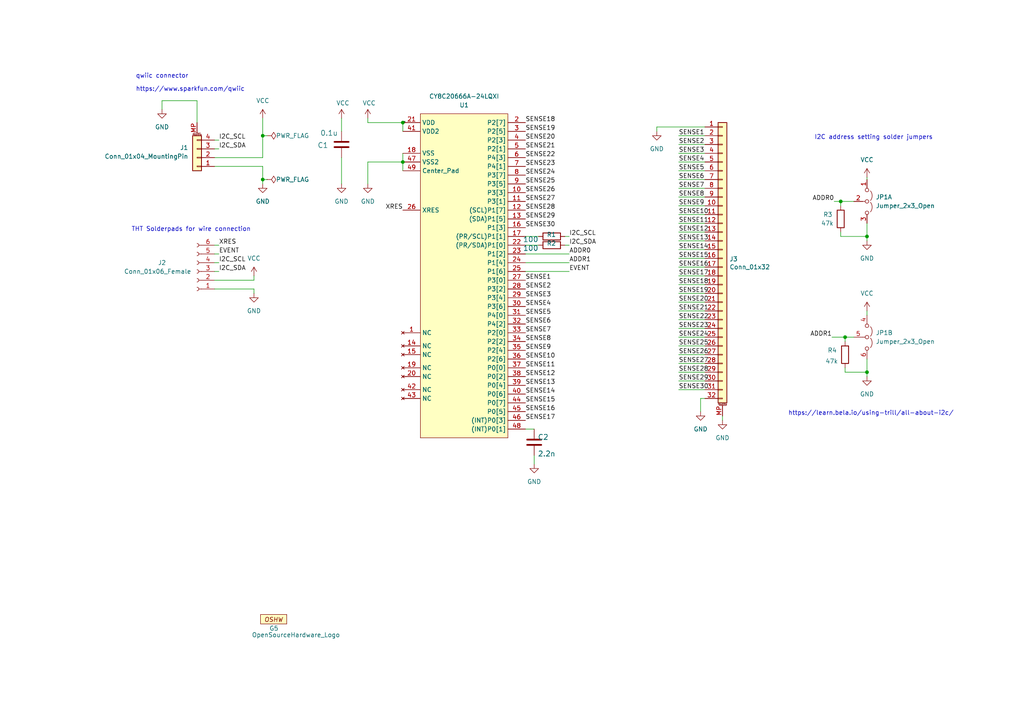
<source format=kicad_sch>
(kicad_sch (version 20230121) (generator eeschema)
  (paper "A4")
  (title_block (title "TRILL-FLEX-BASE") (date "2022-10-31") (rev "C2") (company "BELA / Augmented Instruments Ltd.") (comment 1 "https://bela.io"))
  (lib_symbols
    (symbol "4ms_Power-symbol:GND" (power) (pin_names (offset 0))
      (property "Value" "GND" (at 0 -3.81 0))
      (symbol "GND_0_1"
        (polyline (pts (xy 0 0) (xy 0 -1.27) (xy 1.27 -1.27) (xy 0 -2.54) (xy -1.27 -1.27) (xy 0 -1.27)))
      )
      (symbol "GND_1_1"
        (pin power_in line (at 0 0 270) (length 0) hide (name "GND") (number "1"))
      )
    )
    (symbol "Connector:Conn_01x06_Female" (pin_names (offset 1.016) hide)
      (property "Reference" "J" (at 0 7.62 0))
      (property "Value" "Conn_01x06_Female" (at 0 -10.16 0))
      (symbol "Conn_01x06_Female_1_1"
        (arc (start 0 -7.112) (mid -0.5058 -7.62) (end 0 -8.128) (stroke (width 0.1524)))
        (arc (start 0 -4.572) (mid -0.5058 -5.08) (end 0 -5.588) (stroke (width 0.1524)))
        (arc (start 0 -2.032) (mid -0.5058 -2.54) (end 0 -3.048) (stroke (width 0.1524)))
        (polyline (pts (xy -1.27 -7.62) (xy -0.508 -7.62)) (stroke (width 0.1524)))
        (polyline (pts (xy -1.27 -5.08) (xy -0.508 -5.08)) (stroke (width 0.1524)))
        (polyline (pts (xy -1.27 -2.54) (xy -0.508 -2.54)) (stroke (width 0.1524)))
        (polyline (pts (xy -1.27 0) (xy -0.508 0)) (stroke (width 0.1524)))
        (polyline (pts (xy -1.27 2.54) (xy -0.508 2.54)) (stroke (width 0.1524)))
        (polyline (pts (xy -1.27 5.08) (xy -0.508 5.08)) (stroke (width 0.1524)))
        (arc (start 0 0.508) (mid -0.5058 0) (end 0 -0.508) (stroke (width 0.1524)))
        (arc (start 0 3.048) (mid -0.5058 2.54) (end 0 2.032) (stroke (width 0.1524)))
        (arc (start 0 5.588) (mid -0.5058 5.08) (end 0 4.572) (stroke (width 0.1524)))
        (pin passive line (at -5.08 5.08 0) (length 3.81) (name "Pin_1") (number "1"))
        (pin passive line (at -5.08 2.54 0) (length 3.81) (name "Pin_2") (number "2"))
        (pin passive line (at -5.08 0 0) (length 3.81) (name "Pin_3") (number "3"))
        (pin passive line (at -5.08 -2.54 0) (length 3.81) (name "Pin_4") (number "4"))
        (pin passive line (at -5.08 -5.08 0) (length 3.81) (name "Pin_5") (number "5"))
        (pin passive line (at -5.08 -7.62 0) (length 3.81) (name "Pin_6") (number "6"))
      )
    )
    (symbol "Connector_Generic_MountingPin:Conn_01x04_MountingPin" (pin_names (offset 1.016) hide)
      (property "Reference" "J" (at 0 5.08 0))
      (property "Value" "Conn_01x04_MountingPin" (at 1.27 -7.62 0))
      (symbol "Conn_01x04_MountingPin_1_1"
        (rectangle (start -1.27 -4.953) (end 0 -5.207) (stroke (width 0.1524)))
        (rectangle (start -1.27 -2.413) (end 0 -2.667) (stroke (width 0.1524)))
        (rectangle (start -1.27 0.127) (end 0 -0.127) (stroke (width 0.1524)))
        (rectangle (start -1.27 2.667) (end 0 2.413) (stroke (width 0.1524)))
        (rectangle (start -1.27 3.81) (end 1.27 -6.35) (stroke (width 0.254)) (fill (type background)))
        (polyline (pts (xy -1.016 -7.112) (xy 1.016 -7.112)) (stroke (width 0.1524)))
        (text "Mounting" (at 0 -6.731 0) (effects (font (size 0.381 0.381))))
        (pin passive line (at -5.08 2.54 0) (length 3.81) (name "Pin_1") (number "1"))
        (pin passive line (at -5.08 0 0) (length 3.81) (name "Pin_2") (number "2"))
        (pin passive line (at -5.08 -2.54 0) (length 3.81) (name "Pin_3") (number "3"))
        (pin passive line (at -5.08 -5.08 0) (length 3.81) (name "Pin_4") (number "4"))
        (pin passive line (at 0 -10.16 90) (length 3.048) (name "MountPin") (number "MP"))
      )
    )
    (symbol "Connector_Generic_MountingPin:Conn_01x32_MountingPin" (pin_names (offset 1.016) hide)
      (property "Reference" "J" (at 0 40.64 0))
      (property "Value" "Conn_01x32_MountingPin" (at 1.27 -43.18 0))
      (symbol "Conn_01x32_MountingPin_1_1"
        (rectangle (start -1.27 -40.513) (end 0 -40.767) (stroke (width 0.1524)))
        (rectangle (start -1.27 -37.973) (end 0 -38.227) (stroke (width 0.1524)))
        (rectangle (start -1.27 -35.433) (end 0 -35.687) (stroke (width 0.1524)))
        (rectangle (start -1.27 -32.893) (end 0 -33.147) (stroke (width 0.1524)))
        (rectangle (start -1.27 -30.353) (end 0 -30.607) (stroke (width 0.1524)))
        (rectangle (start -1.27 -27.813) (end 0 -28.067) (stroke (width 0.1524)))
        (rectangle (start -1.27 -25.273) (end 0 -25.527) (stroke (width 0.1524)))
        (rectangle (start -1.27 -22.733) (end 0 -22.987) (stroke (width 0.1524)))
        (rectangle (start -1.27 -20.193) (end 0 -20.447) (stroke (width 0.1524)))
        (rectangle (start -1.27 -17.653) (end 0 -17.907) (stroke (width 0.1524)))
        (rectangle (start -1.27 -15.113) (end 0 -15.367) (stroke (width 0.1524)))
        (rectangle (start -1.27 -12.573) (end 0 -12.827) (stroke (width 0.1524)))
        (rectangle (start -1.27 -10.033) (end 0 -10.287) (stroke (width 0.1524)))
        (rectangle (start -1.27 -7.493) (end 0 -7.747) (stroke (width 0.1524)))
        (rectangle (start -1.27 -4.953) (end 0 -5.207) (stroke (width 0.1524)))
        (rectangle (start -1.27 -2.413) (end 0 -2.667) (stroke (width 0.1524)))
        (rectangle (start -1.27 0.127) (end 0 -0.127) (stroke (width 0.1524)))
        (rectangle (start -1.27 2.667) (end 0 2.413) (stroke (width 0.1524)))
        (rectangle (start -1.27 5.207) (end 0 4.953) (stroke (width 0.1524)))
        (rectangle (start -1.27 7.747) (end 0 7.493) (stroke (width 0.1524)))
        (rectangle (start -1.27 10.287) (end 0 10.033) (stroke (width 0.1524)))
        (rectangle (start -1.27 12.827) (end 0 12.573) (stroke (width 0.1524)))
        (rectangle (start -1.27 15.367) (end 0 15.113) (stroke (width 0.1524)))
        (rectangle (start -1.27 17.907) (end 0 17.653) (stroke (width 0.1524)))
        (rectangle (start -1.27 20.447) (end 0 20.193) (stroke (width 0.1524)))
        (rectangle (start -1.27 22.987) (end 0 22.733) (stroke (width 0.1524)))
        (rectangle (start -1.27 25.527) (end 0 25.273) (stroke (width 0.1524)))
        (rectangle (start -1.27 28.067) (end 0 27.813) (stroke (width 0.1524)))
        (rectangle (start -1.27 30.607) (end 0 30.353) (stroke (width 0.1524)))
        (rectangle (start -1.27 33.147) (end 0 32.893) (stroke (width 0.1524)))
        (rectangle (start -1.27 35.687) (end 0 35.433) (stroke (width 0.1524)))
        (rectangle (start -1.27 38.227) (end 0 37.973) (stroke (width 0.1524)))
        (rectangle (start -1.27 39.37) (end 1.27 -41.91) (stroke (width 0.254)) (fill (type background)))
        (polyline (pts (xy -1.016 -42.672) (xy 1.016 -42.672)) (stroke (width 0.1524)))
        (text "Mounting" (at 0 -42.291 0) (effects (font (size 0.381 0.381))))
        (pin passive line (at -5.08 38.1 0) (length 3.81) (name "Pin_1") (number "1"))
        (pin passive line (at -5.08 15.24 0) (length 3.81) (name "Pin_10") (number "10"))
        (pin passive line (at -5.08 12.7 0) (length 3.81) (name "Pin_11") (number "11"))
        (pin passive line (at -5.08 10.16 0) (length 3.81) (name "Pin_12") (number "12"))
        (pin passive line (at -5.08 7.62 0) (length 3.81) (name "Pin_13") (number "13"))
        (pin passive line (at -5.08 5.08 0) (length 3.81) (name "Pin_14") (number "14"))
        (pin passive line (at -5.08 2.54 0) (length 3.81) (name "Pin_15") (number "15"))
        (pin passive line (at -5.08 0 0) (length 3.81) (name "Pin_16") (number "16"))
        (pin passive line (at -5.08 -2.54 0) (length 3.81) (name "Pin_17") (number "17"))
        (pin passive line (at -5.08 -5.08 0) (length 3.81) (name "Pin_18") (number "18"))
        (pin passive line (at -5.08 -7.62 0) (length 3.81) (name "Pin_19") (number "19"))
        (pin passive line (at -5.08 35.56 0) (length 3.81) (name "Pin_2") (number "2"))
        (pin passive line (at -5.08 -10.16 0) (length 3.81) (name "Pin_20") (number "20"))
        (pin passive line (at -5.08 -12.7 0) (length 3.81) (name "Pin_21") (number "21"))
        (pin passive line (at -5.08 -15.24 0) (length 3.81) (name "Pin_22") (number "22"))
        (pin passive line (at -5.08 -17.78 0) (length 3.81) (name "Pin_23") (number "23"))
        (pin passive line (at -5.08 -20.32 0) (length 3.81) (name "Pin_24") (number "24"))
        (pin passive line (at -5.08 -22.86 0) (length 3.81) (name "Pin_25") (number "25"))
        (pin passive line (at -5.08 -25.4 0) (length 3.81) (name "Pin_26") (number "26"))
        (pin passive line (at -5.08 -27.94 0) (length 3.81) (name "Pin_27") (number "27"))
        (pin passive line (at -5.08 -30.48 0) (length 3.81) (name "Pin_28") (number "28"))
        (pin passive line (at -5.08 -33.02 0) (length 3.81) (name "Pin_29") (number "29"))
        (pin passive line (at -5.08 33.02 0) (length 3.81) (name "Pin_3") (number "3"))
        (pin passive line (at -5.08 -35.56 0) (length 3.81) (name "Pin_30") (number "30"))
        (pin passive line (at -5.08 -38.1 0) (length 3.81) (name "Pin_31") (number "31"))
        (pin passive line (at -5.08 -40.64 0) (length 3.81) (name "Pin_32") (number "32"))
        (pin passive line (at -5.08 30.48 0) (length 3.81) (name "Pin_4") (number "4"))
        (pin passive line (at -5.08 27.94 0) (length 3.81) (name "Pin_5") (number "5"))
        (pin passive line (at -5.08 25.4 0) (length 3.81) (name "Pin_6") (number "6"))
        (pin passive line (at -5.08 22.86 0) (length 3.81) (name "Pin_7") (number "7"))
        (pin passive line (at -5.08 20.32 0) (length 3.81) (name "Pin_8") (number "8"))
        (pin passive line (at -5.08 17.78 0) (length 3.81) (name "Pin_9") (number "9"))
        (pin passive line (at 0 -45.72 90) (length 3.048) (name "MountPin") (number "MP"))
      )
    )
    (symbol "Device:C" (pin_numbers hide) (pin_names (offset 0.254))
      (property "Reference" "C" (at 0.635 2.54 0))
      (property "Value" "C" (at 0.635 -2.54 0))
      (symbol "C_0_1"
        (polyline (pts (xy -2.032 -0.762) (xy 2.032 -0.762)) (stroke (width 0.508)))
        (polyline (pts (xy -2.032 0.762) (xy 2.032 0.762)) (stroke (width 0.508)))
      )
      (symbol "C_1_1"
        (pin passive line (at 0 3.81 270) (length 2.794) (name "~") (number "1"))
        (pin passive line (at 0 -3.81 90) (length 2.794) (name "~") (number "2"))
      )
    )
    (symbol "Device:R" (pin_numbers hide) (pin_names (offset 0))
      (property "Reference" "R" (at 2.032 0 90))
      (property "Value" "R" (at 0 0 90))
      (symbol "R_0_1"
        (rectangle (start -1.016 -2.54) (end 1.016 2.54) (stroke (width 0.254)))
      )
      (symbol "R_1_1"
        (pin passive line (at 0 3.81 270) (length 1.27) (name "~") (number "1"))
        (pin passive line (at 0 -3.81 90) (length 1.27) (name "~") (number "2"))
      )
    )
    (symbol "Jumper_2x3_Open_1" (pin_names (offset 0) hide)
      (property "Reference" "JP" (at -2.54 -2.54 0))
      (property "Value" "Jumper_2x3_Open_1" (at 0 2.794 0))
      (symbol "Jumper_2x3_Open_1_0_0"
        (circle (center -3.302 0) (radius 0.508))
        (circle (center 0 0) (radius 0.508))
        (circle (center 3.302 0) (radius 0.508))
      )
      (symbol "Jumper_2x3_Open_1_0_1"
        (arc (start -0.254 1.016) (mid -1.651 1.4992) (end -3.048 1.016))
        (polyline (pts (xy 0 -0.508) (xy 0 -1.27)))
        (arc (start 3.048 1.016) (mid 1.651 1.4992) (end 0.254 1.016))
      )
      (symbol "Jumper_2x3_Open_1_1_1"
        (pin passive line (at -6.35 0 0) (length 2.54) (name "A") (number "1"))
        (pin passive line (at 0 -3.81 90) (length 2.54) (name "C") (number "2"))
        (pin passive line (at 6.35 0 180) (length 2.54) (name "B") (number "3"))
      )
      (symbol "Jumper_2x3_Open_1_2_1"
        (pin passive line (at -6.35 0 0) (length 2.54) (name "A") (number "4"))
        (pin passive line (at 0 -3.81 90) (length 2.54) (name "A") (number "5"))
        (pin passive line (at 6.35 0 180) (length 2.54) (name "B") (number "6"))
      )
    )
    (symbol "TRILL:CY8C206X6A"
      (property "Reference" "U" (at 0 -53.34 0))
      (property "Value" "CY8C206X6A" (at 0 -50.8 0))
      (symbol "CY8C206X6A_0_1"
        (rectangle (start -12.7 45.72) (end 12.7 -48.26) (fill (type background)))
      )
      (symbol "CY8C206X6A_1_0"
        (pin no_connect line (at -17.78 -17.78 0) (length 5.08) (name "NC") (number "1"))
        (pin bidirectional line (at 17.78 22.86 180) (length 5.08) (name "P3[3]") (number "10"))
        (pin bidirectional line (at 17.78 20.32 180) (length 5.08) (name "P3[1]") (number "11"))
        (pin bidirectional line (at 17.78 17.78 180) (length 5.08) (name "(SCL)P1[7]") (number "12"))
        (pin bidirectional line (at 17.78 15.24 180) (length 5.08) (name "(SDA)P1[5]") (number "13"))
        (pin no_connect line (at -17.78 -21.59 0) (length 5.08) (name "NC") (number "14"))
        (pin no_connect line (at -17.78 -24.13 0) (length 5.08) (name "NC") (number "15"))
        (pin bidirectional line (at 17.78 12.7 180) (length 5.08) (name "P1[3]") (number "16"))
        (pin bidirectional line (at 17.78 10.16 180) (length 5.08) (name "(PR/SCL)P1[1]") (number "17"))
        (pin power_in line (at -17.78 34.29 0) (length 5.08) (name "VSS") (number "18"))
        (pin no_connect line (at -17.78 -27.94 0) (length 5.08) (name "NC") (number "19"))
        (pin bidirectional line (at 17.78 43.18 180) (length 5.08) (name "P2[7]") (number "2"))
        (pin no_connect line (at -17.78 -30.48 0) (length 5.08) (name "NC") (number "20"))
        (pin power_in line (at -17.78 43.18 0) (length 5.08) (name "VDD") (number "21"))
        (pin bidirectional line (at 17.78 7.62 180) (length 5.08) (name "(PR/SDA)P1[0]") (number "22"))
        (pin bidirectional line (at 17.78 5.08 180) (length 5.08) (name "P1[2]") (number "23"))
        (pin bidirectional line (at 17.78 2.54 180) (length 5.08) (name "P1[4]") (number "24"))
        (pin bidirectional line (at 17.78 0 180) (length 5.08) (name "P1[6]") (number "25"))
        (pin input line (at -17.78 17.78 0) (length 5.08) (name "XRES") (number "26"))
        (pin bidirectional line (at 17.78 -2.54 180) (length 5.08) (name "P3[0]") (number "27"))
        (pin bidirectional line (at 17.78 -5.08 180) (length 5.08) (name "P3[2]") (number "28"))
        (pin bidirectional line (at 17.78 -7.62 180) (length 5.08) (name "P3[4]") (number "29"))
        (pin bidirectional line (at 17.78 40.64 180) (length 5.08) (name "P2[5]") (number "3"))
        (pin bidirectional line (at 17.78 -10.16 180) (length 5.08) (name "P3[6]") (number "30"))
        (pin bidirectional line (at 17.78 -12.7 180) (length 5.08) (name "P4[0]") (number "31"))
        (pin bidirectional line (at 17.78 -15.24 180) (length 5.08) (name "P4[2]") (number "32"))
        (pin bidirectional line (at 17.78 -17.78 180) (length 5.08) (name "P2[0]") (number "33"))
        (pin bidirectional line (at 17.78 -20.32 180) (length 5.08) (name "P2[2]") (number "34"))
        (pin bidirectional line (at 17.78 -22.86 180) (length 5.08) (name "P2[4]") (number "35"))
        (pin bidirectional line (at 17.78 -25.4 180) (length 5.08) (name "P2[6]") (number "36"))
        (pin bidirectional line (at 17.78 -27.94 180) (length 5.08) (name "P0[0]") (number "37"))
        (pin bidirectional line (at 17.78 -30.48 180) (length 5.08) (name "P0[2]") (number "38"))
        (pin bidirectional line (at 17.78 -33.02 180) (length 5.08) (name "P0[4]") (number "39"))
        (pin bidirectional line (at 17.78 38.1 180) (length 5.08) (name "P2[3]") (number "4"))
        (pin bidirectional line (at 17.78 -35.56 180) (length 5.08) (name "P0[6]") (number "40"))
        (pin power_in line (at -17.78 40.64 0) (length 5.08) (name "VDD2") (number "41"))
        (pin no_connect line (at -17.78 -34.29 0) (length 5.08) (name "NC") (number "42"))
        (pin no_connect line (at -17.78 -36.83 0) (length 5.08) (name "NC") (number "43"))
        (pin bidirectional line (at 17.78 -38.1 180) (length 5.08) (name "P0[7]") (number "44"))
        (pin bidirectional line (at 17.78 -40.64 180) (length 5.08) (name "P0[5]") (number "45"))
        (pin bidirectional line (at 17.78 -43.18 180) (length 5.08) (name "(INT)P0[3]") (number "46"))
        (pin power_in line (at -17.78 31.75 0) (length 5.08) (name "VSS2") (number "47"))
        (pin bidirectional line (at 17.78 -45.72 180) (length 5.08) (name "(INT)P0[1]") (number "48"))
        (pin power_in line (at -17.78 29.21 0) (length 5.08) (name "Center_Pad") (number "49"))
        (pin bidirectional line (at 17.78 35.56 180) (length 5.08) (name "P2[1]") (number "5"))
        (pin bidirectional line (at 17.78 33.02 180) (length 5.08) (name "P4[3]") (number "6"))
        (pin bidirectional line (at 17.78 30.48 180) (length 5.08) (name "P4[1]") (number "7"))
        (pin bidirectional line (at 17.78 27.94 180) (length 5.08) (name "P3[7]") (number "8"))
        (pin bidirectional line (at 17.78 25.4 180) (length 5.08) (name "P3[5]") (number "9"))
      )
    )
    (symbol "TRILL:Jumper_2x3_Open" (pin_names (offset 0) hide)
      (property "Reference" "JP" (at -2.54 -2.54 0))
      (property "Value" "Jumper_2x3_Open" (at 0 2.794 0))
      (symbol "Jumper_2x3_Open_0_0"
        (circle (center -3.302 0) (radius 0.508))
        (circle (center 0 0) (radius 0.508))
        (circle (center 3.302 0) (radius 0.508))
      )
      (symbol "Jumper_2x3_Open_0_1"
        (arc (start -0.254 1.016) (mid -1.651 1.4992) (end -3.048 1.016))
        (polyline (pts (xy 0 -0.508) (xy 0 -1.27)))
        (arc (start 3.048 1.016) (mid 1.651 1.4992) (end 0.254 1.016))
      )
      (symbol "Jumper_2x3_Open_1_1"
        (pin passive line (at -6.35 0 0) (length 2.54) (name "A") (number "1"))
        (pin passive line (at 0 -3.81 90) (length 2.54) (name "C") (number "2"))
        (pin passive line (at 6.35 0 180) (length 2.54) (name "B") (number "3"))
      )
      (symbol "Jumper_2x3_Open_2_1"
        (pin passive line (at -6.35 0 0) (length 2.54) (name "A") (number "4"))
        (pin passive line (at 0 -3.81 90) (length 2.54) (name "A") (number "5"))
        (pin passive line (at 6.35 0 180) (length 2.54) (name "B") (number "6"))
      )
    )
    (symbol "TRILL:OpenSourceHardware_Logo" (pin_numbers hide) (pin_names (offset 0) hide) (in_bom no)
      (property "Reference" "G" (at 0 0 0))
      (property "Value" "OpenSourceHardware_Logo" (at 0.0508 1.9812 0))
      (symbol "OpenSourceHardware_Logo_0_0"
        (text "" (at -8.2804 -10.668 0) (effects (font (size 1.27 1.27))))
        (text "" (at -5.3594 -2.286 0) (effects (font (size 1.27 1.27))))
        (text "OSHW" (at 0 6.35 0) (effects (font (size 1.27 1.27) italic)))
      )
      (symbol "OpenSourceHardware_Logo_0_1"
        (rectangle (start -3.81 7.8232) (end 3.81 5.08) (fill (type background)))
      )
    )
    (symbol "power:GND" (power) (pin_names (offset 0))
      (property "Value" "GND" (at 0 -3.81 0))
      (symbol "GND_0_1"
        (polyline (pts (xy 0 0) (xy 0 -1.27) (xy 1.27 -1.27) (xy 0 -2.54) (xy -1.27 -1.27) (xy 0 -1.27)))
      )
      (symbol "GND_1_1"
        (pin power_in line (at 0 0 270) (length 0) hide (name "GND") (number "1"))
      )
    )
    (symbol "power:PWR_FLAG" (power) (pin_numbers hide) (pin_names (offset 0) hide)
      (property "Value" "PWR_FLAG" (at 0 3.81 0))
      (symbol "PWR_FLAG_0_0"
        (pin power_out line (at 0 0 90) (length 0) (name "pwr") (number "1"))
      )
      (symbol "PWR_FLAG_0_1"
        (polyline (pts (xy 0 0) (xy 0 1.27) (xy -1.016 1.905) (xy 0 2.54) (xy 1.016 1.905) (xy 0 1.27)))
      )
    )
    (symbol "power:VCC" (power) (pin_names (offset 0))
      (property "Value" "VCC" (at 0 3.81 0))
      (symbol "VCC_0_1"
        (polyline (pts (xy -0.762 1.27) (xy 0 2.54)))
        (polyline (pts (xy 0 0) (xy 0 2.54)))
        (polyline (pts (xy 0 2.54) (xy 0.762 1.27)))
      )
      (symbol "VCC_1_1"
        (pin power_in line (at 0 0 90) (length 0) hide (name "VCC") (number "1"))
      )
    )
  )
  (junction (at 243.84 58.42))
  (junction (at 76.2 39.37))
  (junction (at 251.46 107.95))
  (junction (at 251.46 68.58))
  (junction (at 245.11 97.79))
  (junction (at 76.2 52.07))
  (junction (at 116.84 35.56))
  (junction (at 116.84 46.99))
  (wire (pts (xy 62.23 78.74) (xy 63.5 78.74)))
  (wire (pts (xy 251.46 107.95) (xy 251.46 109.22)))
  (wire (pts (xy 116.84 44.45) (xy 116.84 46.99)))
  (wire (pts (xy 116.84 35.56) (xy 116.84 38.1)))
  (wire (pts (xy 76.2 39.37) (xy 76.2 34.29)))
  (wire (pts (xy 196.85 49.53) (xy 204.47 49.53)))
  (wire (pts (xy 152.4 68.58) (xy 156.21 68.58)))
  (wire (pts (xy 73.66 83.82) (xy 73.66 85.09)))
  (wire (pts (xy 196.85 74.93) (xy 204.47 74.93)))
  (wire (pts (xy 251.46 90.17) (xy 251.46 91.44)))
  (wire (pts (xy 62.23 71.12) (xy 63.5 71.12)))
  (wire (pts (xy 251.46 51.435) (xy 251.46 52.07)))
  (wire (pts (xy 62.23 45.72) (xy 76.2 45.72)))
  (wire (pts (xy 106.68 35.56) (xy 116.84 35.56)))
  (wire (pts (xy 245.11 97.79) (xy 245.11 99.06)))
  (wire (pts (xy 196.85 77.47) (xy 204.47 77.47)))
  (wire (pts (xy 243.84 68.58) (xy 251.46 68.58)))
  (wire (pts (xy 241.935 58.42) (xy 243.84 58.42)))
  (wire (pts (xy 196.85 85.09) (xy 204.47 85.09)))
  (wire (pts (xy 196.85 41.91) (xy 204.47 41.91)))
  (wire (pts (xy 196.85 105.41) (xy 204.47 105.41)))
  (wire (pts (xy 62.23 73.66) (xy 63.5 73.66)))
  (wire (pts (xy 163.83 71.12) (xy 165.1 71.12)))
  (wire (pts (xy 73.66 81.28) (xy 73.66 80.01)))
  (wire (pts (xy 165.1 78.74) (xy 152.4 78.74)))
  (wire (pts (xy 62.23 43.18) (xy 63.5 43.18)))
  (wire (pts (xy 77.47 39.37) (xy 76.2 39.37)))
  (wire (pts (xy 152.4 76.2) (xy 165.1 76.2)))
  (wire (pts (xy 196.85 57.15) (xy 204.47 57.15)))
  (wire (pts (xy 196.85 97.79) (xy 204.47 97.79)))
  (wire (pts (xy 57.15 29.21) (xy 57.15 35.56)))
  (wire (pts (xy 251.46 107.95) (xy 245.11 107.95)))
  (wire (pts (xy 196.85 52.07) (xy 204.47 52.07)))
  (wire (pts (xy 99.06 45.72) (xy 99.06 53.34)))
  (wire (pts (xy 196.85 90.17) (xy 204.47 90.17)))
  (wire (pts (xy 57.15 29.21) (xy 46.99 29.21)))
  (wire (pts (xy 196.85 92.71) (xy 204.47 92.71)))
  (wire (pts (xy 196.85 110.49) (xy 204.47 110.49)))
  (wire (pts (xy 62.23 48.26) (xy 76.2 48.26)))
  (wire (pts (xy 245.11 97.79) (xy 247.65 97.79)))
  (wire (pts (xy 243.84 58.42) (xy 247.65 58.42)))
  (wire (pts (xy 62.23 40.64) (xy 63.5 40.64)))
  (wire (pts (xy 243.84 67.31) (xy 243.84 68.58)))
  (wire (pts (xy 196.85 107.95) (xy 204.47 107.95)))
  (wire (pts (xy 106.68 46.99) (xy 116.84 46.99)))
  (wire (pts (xy 76.2 48.26) (xy 76.2 52.07)))
  (wire (pts (xy 76.2 45.72) (xy 76.2 39.37)))
  (wire (pts (xy 203.2 115.57) (xy 203.2 119.38)))
  (wire (pts (xy 245.11 106.68) (xy 245.11 107.95)))
  (wire (pts (xy 209.55 120.65) (xy 209.55 121.92)))
  (wire (pts (xy 152.4 124.46) (xy 154.94 124.46)))
  (wire (pts (xy 196.85 44.45) (xy 204.47 44.45)))
  (wire (pts (xy 62.23 81.28) (xy 73.66 81.28)))
  (wire (pts (xy 196.85 69.85) (xy 204.47 69.85)))
  (wire (pts (xy 196.85 64.77) (xy 204.47 64.77)))
  (wire (pts (xy 196.85 39.37) (xy 204.47 39.37)))
  (wire (pts (xy 241.3 97.79) (xy 245.11 97.79)))
  (wire (pts (xy 196.85 62.23) (xy 204.47 62.23)))
  (wire (pts (xy 196.85 102.87) (xy 204.47 102.87)))
  (wire (pts (xy 116.84 46.99) (xy 116.84 49.53)))
  (wire (pts (xy 62.23 76.2) (xy 63.5 76.2)))
  (wire (pts (xy 251.46 104.14) (xy 251.46 107.95)))
  (wire (pts (xy 196.85 113.03) (xy 204.47 113.03)))
  (wire (pts (xy 46.99 29.21) (xy 46.99 31.75)))
  (wire (pts (xy 152.4 71.12) (xy 156.21 71.12)))
  (wire (pts (xy 196.85 80.01) (xy 204.47 80.01)))
  (wire (pts (xy 196.85 82.55) (xy 204.47 82.55)))
  (wire (pts (xy 76.2 52.07) (xy 76.2 53.34)))
  (wire (pts (xy 196.85 72.39) (xy 204.47 72.39)))
  (wire (pts (xy 106.68 35.56) (xy 106.68 34.29)))
  (wire (pts (xy 196.85 54.61) (xy 204.47 54.61)))
  (wire (pts (xy 154.94 132.08) (xy 154.94 134.62)))
  (wire (pts (xy 99.06 34.29) (xy 99.06 38.1)))
  (wire (pts (xy 196.85 59.69) (xy 204.47 59.69)))
  (wire (pts (xy 196.85 87.63) (xy 204.47 87.63)))
  (wire (pts (xy 196.85 100.33) (xy 204.47 100.33)))
  (wire (pts (xy 77.47 52.07) (xy 76.2 52.07)))
  (wire (pts (xy 196.85 67.31) (xy 204.47 67.31)))
  (wire (pts (xy 196.85 95.25) (xy 204.47 95.25)))
  (wire (pts (xy 243.84 58.42) (xy 243.84 59.69)))
  (wire (pts (xy 152.4 73.66) (xy 165.1 73.66)))
  (wire (pts (xy 62.23 83.82) (xy 73.66 83.82)))
  (wire (pts (xy 196.85 46.99) (xy 204.47 46.99)))
  (wire (pts (xy 204.47 36.83) (xy 190.5 36.83)))
  (wire (pts (xy 163.83 68.58) (xy 165.1 68.58)))
  (wire (pts (xy 203.2 115.57) (xy 204.47 115.57)))
  (wire (pts (xy 251.46 69.85) (xy 251.46 68.58)))
  (wire (pts (xy 251.46 64.77) (xy 251.46 68.58)))
  (wire (pts (xy 190.5 36.83) (xy 190.5 38.1)))
  (wire (pts (xy 106.68 53.34) (xy 106.68 46.99)))
  (text "https://learn.bela.io/using-trill/all-about-i2c/" (at 228.6 120.65 0) (effects (font (size 1.27 1.27)) (justify left bottom)))
  (text "qwiic connector" (at 39.37 22.86 0) (effects (font (size 1.27 1.27)) (justify left bottom)))
  (text "I2C address setting solder jumpers" (at 236.22 40.64 0) (effects (font (size 1.27 1.27)) (justify left bottom)))
  (text "https://www.sparkfun.com/qwiic" (at 39.37 26.67 0) (effects (font (size 1.27 1.27)) (justify left bottom)))
  (text "THT Solderpads for wire connection" (at 38.1 67.31 0) (effects (font (size 1.27 1.27)) (justify left bottom)))
  (label "I2C_SCL" (at 165.1 68.58 0))
  (label "SENSE10" (at 152.4 104.14 0))
  (label "SENSE18" (at 152.4 35.56 0))
  (label "SENSE24" (at 196.85 97.79 0))
  (label "SENSE22" (at 152.4 45.72 0))
  (label "SENSE12" (at 152.4 109.22 0))
  (label "SENSE15" (at 152.4 116.84 0))
  (label "SENSE13" (at 196.85 69.85 0))
  (label "SENSE30" (at 196.85 113.03 0))
  (label "SENSE19" (at 152.4 38.1 0))
  (label "SENSE3" (at 152.4 86.36 0))
  (label "SENSE2" (at 196.85 41.91 0))
  (label "SENSE25" (at 196.85 100.33 0))
  (label "SENSE7" (at 152.4 96.52 0))
  (label "ADDR1" (at 241.3 97.79 0))
  (label "SENSE1" (at 152.4 81.28 0))
  (label "I2C_SCL" (at 63.5 76.2 0))
  (label "SENSE24" (at 152.4 50.8 0))
  (label "SENSE21" (at 152.4 43.18 0))
  (label "SENSE15" (at 196.85 74.93 0))
  (label "SENSE5" (at 152.4 91.44 0))
  (label "SENSE26" (at 152.4 55.88 0))
  (label "SENSE28" (at 152.4 60.96 0))
  (label "SENSE17" (at 196.85 80.01 0))
  (label "SENSE27" (at 196.85 105.41 0))
  (label "SENSE7" (at 196.85 54.61 0))
  (label "I2C_SCL" (at 63.5 40.64 0))
  (label "SENSE28" (at 196.85 107.95 0))
  (label "SENSE14" (at 152.4 114.3 0))
  (label "SENSE29" (at 196.85 110.49 0))
  (label "SENSE11" (at 196.85 64.77 0))
  (label "SENSE3" (at 196.85 44.45 0))
  (label "SENSE8" (at 196.85 57.15 0))
  (label "SENSE27" (at 152.4 58.42 0))
  (label "SENSE11" (at 152.4 106.68 0))
  (label "SENSE17" (at 152.4 121.92 0))
  (label "SENSE18" (at 196.85 82.55 0))
  (label "SENSE20" (at 196.85 87.63 0))
  (label "SENSE26" (at 196.85 102.87 0))
  (label "SENSE5" (at 196.85 49.53 0))
  (label "I2C_SDA" (at 63.5 43.18 0))
  (label "SENSE6" (at 152.4 93.98 0))
  (label "SENSE22" (at 196.85 92.71 0))
  (label "SENSE9" (at 152.4 101.6 0))
  (label "EVENT" (at 165.1 78.74 0))
  (label "SENSE1" (at 196.85 39.37 0))
  (label "SENSE25" (at 152.4 53.34 0))
  (label "SENSE29" (at 152.4 63.5 0))
  (label "SENSE20" (at 152.4 40.64 0))
  (label "I2C_SDA" (at 165.1 71.12 0))
  (label "SENSE21" (at 196.85 90.17 0))
  (label "SENSE9" (at 196.85 59.69 0))
  (label "XRES" (at 63.5 71.12 0))
  (label "SENSE4" (at 196.85 46.99 0))
  (label "ADDR1" (at 165.1 76.2 0))
  (label "SENSE14" (at 196.85 72.39 0))
  (label "SENSE19" (at 196.85 85.09 0))
  (label "SENSE23" (at 152.4 48.26 0))
  (label "SENSE12" (at 196.85 67.31 0))
  (label "XRES" (at 116.84 60.96 180))
  (label "EVENT" (at 63.5 73.66 0))
  (label "ADDR0" (at 165.1 73.66 0))
  (label "SENSE6" (at 196.85 52.07 0))
  (label "SENSE10" (at 196.85 62.23 0))
  (label "ADDR0" (at 241.935 58.42 0))
  (label "SENSE2" (at 152.4 83.82 0))
  (label "SENSE30" (at 152.4 66.04 0))
  (label "SENSE16" (at 152.4 119.38 0))
  (label "SENSE13" (at 152.4 111.76 0))
  (label "SENSE23" (at 196.85 95.25 0))
  (label "SENSE8" (at 152.4 99.06 0))
  (label "VCC" (at 116.84 35.56 0) (effects (font (size 0.254 0.254))))
  (label "SENSE16" (at 196.85 77.47 0))
  (label "SENSE4" (at 152.4 88.9 0))
  (label "I2C_SDA" (at 63.5 78.74 0))
  (symbol (lib_id "Device:C") (at 99.06 41.91 180) (unit 1)
    (property "Reference" "C1" (at 95.25 41.275 0) (effects (font (size 1.4986 1.4986)) (justify left bottom)))
    (property "Value" "0.1u" (at 98.044 37.719 0) (effects (font (size 1.4986 1.4986)) (justify left bottom)))
    (property "Footprint" "Capacitor_SMD:C_0402_1005Metric" (effects hide))
  )
  (symbol (lib_id "Connector_Generic_MountingPin:Conn_01x32_MountingPin") (at 209.55 74.93 0) (unit 1)
    (property "Reference" "J3" (at 211.582 75.1332 0) (effects (justify left)))
    (property "Value" "Conn_01x32" (at 211.582 77.4446 0) (effects (justify left)))
    (property "Footprint" "Connector_FFC-FPC:Hirose_FH12-32S-0.5SH_1x32-1MP_P0.50mm_Horizontal" (effects hide))
  )
  (symbol (lib_id "power:VCC") (at 99.06 34.29 0) (unit 1)
    (property "Reference" "#PWR06" (effects hide))
    (property "Value" "VCC" (at 99.441 29.8958 0))
  )
  (symbol (lib_id "power:VCC") (at 106.68 34.29 0) (unit 1)
    (property "Reference" "#PWR08" (effects hide))
    (property "Value" "VCC" (at 107.061 29.8958 0))
  )
  (symbol (lib_id "TRILL:CY8C206X6A") (at 134.62 78.74 0) (unit 1)
    (property "Reference" "U1" (at 134.62 30.48 0))
    (property "Value" "CY8C20666A-24LQXI" (at 134.62 27.94 0))
    (property "Footprint" "Package_DFN_QFN:QFN-48-1EP_6x6mm_P0.4mm_EP4.6x4.6mm" (effects hide))
    (property "Datasheet" "https://www.infineon.com/dgdl/Infineon-CY8C20XX6A_S_1.8_V_Programmable_CapSense_Controller_with_SmartSense_Auto-tuning_1-33_Buttons_0-6_Sliders-DataSheet-v26_00-EN.pdf?fileId=8ac78c8c7d0d8da4017d0ecc6dc04671" (effects hide))
  )
  (symbol (lib_id "Device:R") (at 160.02 71.12 90) (unit 1)
    (property "Reference" "R2" (at 161.29 69.85 90) (effects (justify left bottom)))
    (property "Value" "100" (at 156.21 71.12 90) (effects (font (size 1.4986 1.4986)) (justify left bottom)))
    (property "Footprint" "Resistor_SMD:R_0402_1005Metric" (effects hide))
  )
  (symbol (lib_id "Device:C") (at 154.94 128.27 0) (unit 1)
    (property "Reference" "C2" (at 155.956 127.635 0) (effects (font (size 1.4986 1.4986)) (justify left bottom)))
    (property "Value" "2.2n" (at 155.956 132.461 0) (effects (font (size 1.4986 1.4986)) (justify left bottom)))
    (property "Footprint" "Capacitor_SMD:C_0402_1005Metric" (effects hide))
  )
  (symbol (lib_id "Device:R") (at 160.02 68.58 90) (unit 1)
    (property "Reference" "R1" (at 161.29 67.31 90) (effects (justify left bottom)))
    (property "Value" "100" (at 156.21 68.58 90) (effects (font (size 1.4986 1.4986)) (justify left bottom)))
    (property "Footprint" "Resistor_SMD:R_0402_1005Metric" (effects hide))
  )
  (symbol (lib_id "power:PWR_FLAG") (at 77.47 52.07 270) (unit 1)
    (property "Reference" "#FLG02" (effects hide))
    (property "Value" "PWR_FLAG" (at 80.01 52.07 90) (effects (justify left)))
  )
  (symbol (lib_name "Jumper_2x3_Open_1") (lib_id "TRILL:Jumper_2x3_Open") (at 251.46 97.79 270) (unit 2) (in_bom no)
    (property "Reference" "JP1" (at 254 96.5199 90) (effects (justify left)))
    (property "Value" "Jumper_2x3_Open" (at 254 99.0599 90) (effects (justify left)))
    (property "Footprint" "TRILL:SolderJumper-2x3_P1.3mm_Open_Pad1.0x1.5mm" (effects hide))
  )
  (symbol (lib_id "power:VCC") (at 251.46 51.435 0) (unit 1)
    (property "Reference" "#PWR013" (effects hide))
    (property "Value" "VCC" (at 251.46 46.355 0))
  )
  (symbol (lib_id "4ms_Power-symbol:GND") (at 154.94 134.62 0) (unit 1)
    (property "Reference" "#PWR010" (effects hide))
    (property "Value" "GND" (at 154.94 139.7 0))
  )
  (symbol (lib_id "power:VCC") (at 76.2 34.29 0) (unit 1)
    (property "Reference" "#PWR04" (effects hide))
    (property "Value" "VCC" (at 76.2 29.21 0))
  )
  (symbol (lib_id "power:GND") (at 73.66 85.09 0) (unit 1)
    (property "Reference" "#PWR03" (effects hide))
    (property "Value" "GND" (at 73.66 90.17 0))
  )
  (symbol (lib_id "TRILL:Jumper_2x3_Open") (at 251.46 58.42 270) (unit 1) (in_bom no)
    (property "Reference" "JP1" (at 254 57.1499 90) (effects (justify left)))
    (property "Value" "Jumper_2x3_Open" (at 254 59.6899 90) (effects (justify left)))
    (property "Footprint" "TRILL:SolderJumper-2x3_P1.3mm_Open_Pad1.0x1.5mm" (effects hide))
  )
  (symbol (lib_id "TRILL:OpenSourceHardware_Logo") (at 79.375 186.055 0) (unit 1) (in_bom no)
    (property "Reference" "G5" (at 78.105 182.245 0) (effects (justify left)))
    (property "Value" "OpenSourceHardware_Logo" (at 73.025 184.15 0) (effects (justify left)))
    (property "Footprint" "TRILL:OpenSourceHardware_Logo" (effects hide))
  )
  (symbol (lib_id "power:GND") (at 251.46 69.85 0) (unit 1)
    (property "Reference" "#PWR014" (effects hide))
    (property "Value" "GND" (at 251.46 74.93 0))
  )
  (symbol (lib_id "power:GND") (at 251.46 109.22 0) (unit 1)
    (property "Reference" "#PWR016" (effects hide))
    (property "Value" "GND" (at 251.46 114.3 0))
  )
  (symbol (lib_id "Connector:Conn_01x06_Female") (at 57.15 78.74 180) (unit 1) (in_bom no)
    (property "Reference" "J2" (at 46.99 76.2 0))
    (property "Value" "Conn_01x06_Female" (at 45.72 78.74 0))
    (property "Footprint" "TRILL:I2C+EVT_RST_Wire_connector_THT" (effects hide))
  )
  (symbol (lib_id "power:VCC") (at 73.66 80.01 0) (unit 1)
    (property "Reference" "#PWR02" (effects hide))
    (property "Value" "VCC" (at 73.66 74.93 0))
  )
  (symbol (lib_id "4ms_Power-symbol:GND") (at 190.5 38.1 0) (unit 1)
    (property "Reference" "#PWR011" (effects hide))
    (property "Value" "GND" (at 190.5 43.18 0))
  )
  (symbol (lib_id "power:GND") (at 76.2 53.34 0) (unit 1)
    (property "Reference" "#PWR05" (effects hide))
    (property "Value" "GND" (at 76.2 58.42 0))
  )
  (symbol (lib_id "4ms_Power-symbol:GND") (at 209.55 121.92 0) (unit 1)
    (property "Reference" "#PWR017" (effects hide))
    (property "Value" "GND" (at 209.55 127 0))
  )
  (symbol (lib_id "4ms_Power-symbol:GND") (at 99.06 53.34 0) (unit 1)
    (property "Reference" "#PWR07" (effects hide))
    (property "Value" "GND" (at 99.06 58.42 0))
  )
  (symbol (lib_id "4ms_Power-symbol:GND") (at 203.2 119.38 0) (unit 1)
    (property "Reference" "#PWR012" (effects hide))
    (property "Value" "GND" (at 203.2 124.46 0))
  )
  (symbol (lib_id "4ms_Power-symbol:GND") (at 106.68 53.34 0) (unit 1)
    (property "Reference" "#PWR09" (effects hide))
    (property "Value" "GND" (at 106.68 58.42 0))
  )
  (symbol (lib_id "power:VCC") (at 251.46 90.17 0) (unit 1)
    (property "Reference" "#PWR015" (effects hide))
    (property "Value" "VCC" (at 251.46 85.09 0))
  )
  (symbol (lib_id "power:GND") (at 46.99 31.75 0) (unit 1)
    (property "Reference" "#PWR01" (effects hide))
    (property "Value" "GND" (at 46.99 36.83 0))
  )
  (symbol (lib_id "Device:R") (at 243.84 63.5 0) (unit 1)
    (property "Reference" "R3" (at 238.76 62.23 0) (effects (justify left)))
    (property "Value" "47k" (at 238.125 64.77 0) (effects (justify left)))
    (property "Footprint" "Resistor_SMD:R_0402_1005Metric" (effects hide))
  )
  (symbol (lib_id "power:PWR_FLAG") (at 77.47 39.37 270) (unit 1)
    (property "Reference" "#FLG01" (effects hide))
    (property "Value" "PWR_FLAG" (at 80.01 39.37 90) (effects (justify left)))
  )
  (symbol (lib_id "Connector_Generic_MountingPin:Conn_01x04_MountingPin") (at 57.15 45.72 180) (unit 1)
    (property "Reference" "J1" (at 54.61 42.8243 0) (effects (justify left)))
    (property "Value" "Conn_01x04_MountingPin" (at 54.61 45.3643 0) (effects (justify left)))
    (property "Footprint" "TRILL:qwiic_horizontal_SMD" (effects hide))
  )
  (symbol (lib_id "Device:R") (at 245.11 102.87 0) (unit 1)
    (property "Reference" "R4" (at 240.03 101.6 0) (effects (justify left)))
    (property "Value" "47k" (at 239.395 104.775 0) (effects (justify left)))
    (property "Footprint" "Resistor_SMD:R_0402_1005Metric" (effects hide))
  )
)
</source>
